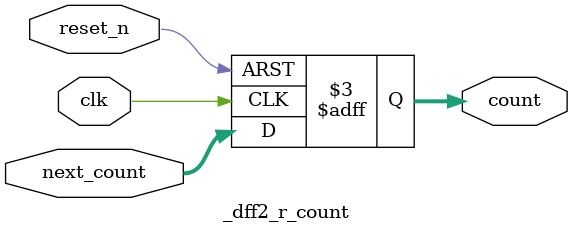
<source format=v>
module _dff2_r_count(clk, reset_n, next_count, count);//for count dff
   input clk, reset_n; //input
   input [4:0]next_count; 
   output reg[4:0]count; //output, reg
   always@(posedge clk or negedge reset_n) begin //asynchronous dff
      if(reset_n == 0) count<=5'b00000; //if reset_n is 0, count is 0
      else count<=next_count; //else, cout is next_count
      end //end content
   endmodule //end modlue
</source>
